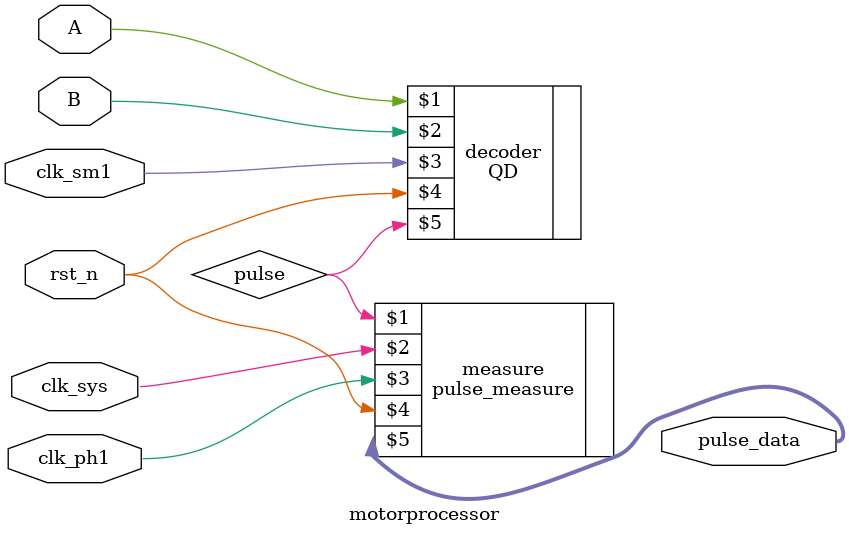
<source format=v>
`timescale 1ns / 1ps


module motorprocessor(A, B, clk_sys, clk_sm1, clk_ph1, rst_n, pulse_data);
    input A, B;
    input clk_sm1, clk_ph1, clk_sys;
    input rst_n;
    
    output [7:0] pulse_data;
    
    wire pulse;
    
    QD decoder(A, B, clk_sm1, rst_n, pulse);
    pulse_measure measure(pulse,clk_sys, clk_ph1, rst_n, pulse_data);
    
    
endmodule
</source>
